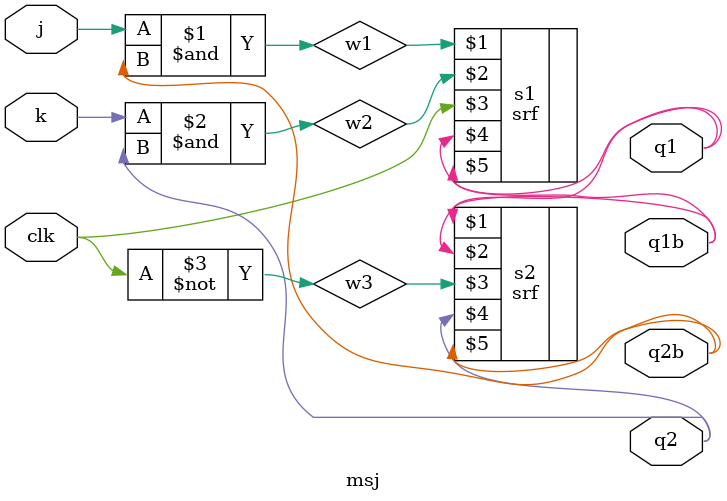
<source format=v>
`timescale 1ns / 1ps


module msj(
    input j,
    input k,
    input clk,
    output q1,
    output q1b,
    output q2,
    output q2b
    );
    wire w1,w2,w3;
    not n1 (w3,clk);
    and a1 (w1,j,q2b);
    and a2 (w2,k,q2);
    
    srf s1 (w1,w2,clk,q1,q1b);
    srf s2 (q1,q1b,w3,q2,q2b);
endmodule

</source>
